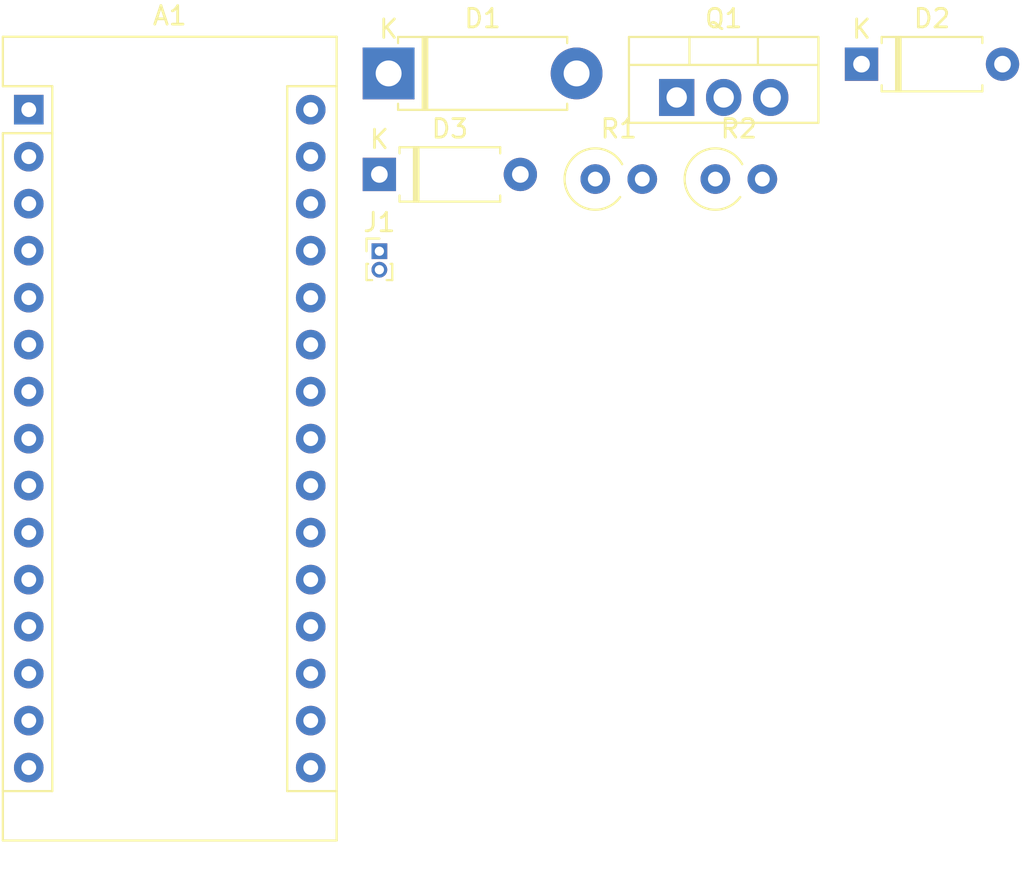
<source format=kicad_pcb>
(kicad_pcb (version 20171130) (host pcbnew 5.1.4)

  (general
    (thickness 1.6)
    (drawings 0)
    (tracks 0)
    (zones 0)
    (modules 8)
    (nets 34)
  )

  (page A4)
  (layers
    (0 F.Cu signal)
    (31 B.Cu signal)
    (32 B.Adhes user)
    (33 F.Adhes user)
    (34 B.Paste user)
    (35 F.Paste user)
    (36 B.SilkS user)
    (37 F.SilkS user)
    (38 B.Mask user)
    (39 F.Mask user)
    (40 Dwgs.User user)
    (41 Cmts.User user)
    (42 Eco1.User user)
    (43 Eco2.User user)
    (44 Edge.Cuts user)
    (45 Margin user)
    (46 B.CrtYd user)
    (47 F.CrtYd user)
    (48 B.Fab user)
    (49 F.Fab user)
  )

  (setup
    (last_trace_width 0.25)
    (trace_clearance 0.2)
    (zone_clearance 0.508)
    (zone_45_only no)
    (trace_min 0.2)
    (via_size 0.8)
    (via_drill 0.4)
    (via_min_size 0.4)
    (via_min_drill 0.3)
    (uvia_size 0.3)
    (uvia_drill 0.1)
    (uvias_allowed no)
    (uvia_min_size 0.2)
    (uvia_min_drill 0.1)
    (edge_width 0.05)
    (segment_width 0.2)
    (pcb_text_width 0.3)
    (pcb_text_size 1.5 1.5)
    (mod_edge_width 0.12)
    (mod_text_size 1 1)
    (mod_text_width 0.15)
    (pad_size 1.524 1.524)
    (pad_drill 0.762)
    (pad_to_mask_clearance 0.051)
    (solder_mask_min_width 0.25)
    (aux_axis_origin 0 0)
    (visible_elements FFFFFF7F)
    (pcbplotparams
      (layerselection 0x010fc_ffffffff)
      (usegerberextensions false)
      (usegerberattributes false)
      (usegerberadvancedattributes false)
      (creategerberjobfile false)
      (excludeedgelayer true)
      (linewidth 0.100000)
      (plotframeref false)
      (viasonmask false)
      (mode 1)
      (useauxorigin false)
      (hpglpennumber 1)
      (hpglpenspeed 20)
      (hpglpendiameter 15.000000)
      (psnegative false)
      (psa4output false)
      (plotreference true)
      (plotvalue true)
      (plotinvisibletext false)
      (padsonsilk false)
      (subtractmaskfromsilk false)
      (outputformat 1)
      (mirror false)
      (drillshape 1)
      (scaleselection 1)
      (outputdirectory ""))
  )

  (net 0 "")
  (net 1 "Net-(A1-Pad1)")
  (net 2 "Net-(A1-Pad17)")
  (net 3 "Net-(A1-Pad2)")
  (net 4 "Net-(A1-Pad18)")
  (net 5 "Net-(A1-Pad3)")
  (net 6 "Net-(A1-Pad19)")
  (net 7 "Net-(A1-Pad4)")
  (net 8 "Net-(A1-Pad20)")
  (net 9 /signal_motor)
  (net 10 "Net-(A1-Pad21)")
  (net 11 "Net-(A1-Pad6)")
  (net 12 "Net-(A1-Pad22)")
  (net 13 "Net-(A1-Pad7)")
  (net 14 "Net-(A1-Pad23)")
  (net 15 "Net-(A1-Pad8)")
  (net 16 "Net-(A1-Pad24)")
  (net 17 "Net-(A1-Pad9)")
  (net 18 "Net-(A1-Pad25)")
  (net 19 "Net-(A1-Pad10)")
  (net 20 "Net-(A1-Pad26)")
  (net 21 "Net-(A1-Pad11)")
  (net 22 "Net-(A1-Pad27)")
  (net 23 "Net-(A1-Pad12)")
  (net 24 "Net-(A1-Pad28)")
  (net 25 "Net-(A1-Pad13)")
  (net 26 GND)
  (net 27 "Net-(A1-Pad14)")
  (net 28 +5V)
  (net 29 "Net-(A1-Pad15)")
  (net 30 "Net-(A1-Pad16)")
  (net 31 "Net-(D1-Pad1)")
  (net 32 "Net-(D2-Pad2)")
  (net 33 "Net-(Q1-Pad1)")

  (net_class Default "This is the default net class."
    (clearance 0.2)
    (trace_width 0.25)
    (via_dia 0.8)
    (via_drill 0.4)
    (uvia_dia 0.3)
    (uvia_drill 0.1)
    (add_net +5V)
    (add_net /signal_motor)
    (add_net GND)
    (add_net "Net-(A1-Pad1)")
    (add_net "Net-(A1-Pad10)")
    (add_net "Net-(A1-Pad11)")
    (add_net "Net-(A1-Pad12)")
    (add_net "Net-(A1-Pad13)")
    (add_net "Net-(A1-Pad14)")
    (add_net "Net-(A1-Pad15)")
    (add_net "Net-(A1-Pad16)")
    (add_net "Net-(A1-Pad17)")
    (add_net "Net-(A1-Pad18)")
    (add_net "Net-(A1-Pad19)")
    (add_net "Net-(A1-Pad2)")
    (add_net "Net-(A1-Pad20)")
    (add_net "Net-(A1-Pad21)")
    (add_net "Net-(A1-Pad22)")
    (add_net "Net-(A1-Pad23)")
    (add_net "Net-(A1-Pad24)")
    (add_net "Net-(A1-Pad25)")
    (add_net "Net-(A1-Pad26)")
    (add_net "Net-(A1-Pad27)")
    (add_net "Net-(A1-Pad28)")
    (add_net "Net-(A1-Pad3)")
    (add_net "Net-(A1-Pad4)")
    (add_net "Net-(A1-Pad6)")
    (add_net "Net-(A1-Pad7)")
    (add_net "Net-(A1-Pad8)")
    (add_net "Net-(A1-Pad9)")
    (add_net "Net-(D1-Pad1)")
    (add_net "Net-(D2-Pad2)")
    (add_net "Net-(Q1-Pad1)")
  )

  (module Module:Arduino_Nano (layer F.Cu) (tedit 58ACAF70) (tstamp 5DB8F033)
    (at 53.625001 26.945001)
    (descr "Arduino Nano, http://www.mouser.com/pdfdocs/Gravitech_Arduino_Nano3_0.pdf")
    (tags "Arduino Nano")
    (path /5DB8B285)
    (fp_text reference A1 (at 7.62 -5.08) (layer F.SilkS)
      (effects (font (size 1 1) (thickness 0.15)))
    )
    (fp_text value Arduino_Nano_v3.x (at 8.89 19.05 90) (layer F.Fab)
      (effects (font (size 1 1) (thickness 0.15)))
    )
    (fp_text user %R (at 6.35 19.05 90) (layer F.Fab)
      (effects (font (size 1 1) (thickness 0.15)))
    )
    (fp_line (start 1.27 1.27) (end 1.27 -1.27) (layer F.SilkS) (width 0.12))
    (fp_line (start 1.27 -1.27) (end -1.4 -1.27) (layer F.SilkS) (width 0.12))
    (fp_line (start -1.4 1.27) (end -1.4 39.5) (layer F.SilkS) (width 0.12))
    (fp_line (start -1.4 -3.94) (end -1.4 -1.27) (layer F.SilkS) (width 0.12))
    (fp_line (start 13.97 -1.27) (end 16.64 -1.27) (layer F.SilkS) (width 0.12))
    (fp_line (start 13.97 -1.27) (end 13.97 36.83) (layer F.SilkS) (width 0.12))
    (fp_line (start 13.97 36.83) (end 16.64 36.83) (layer F.SilkS) (width 0.12))
    (fp_line (start 1.27 1.27) (end -1.4 1.27) (layer F.SilkS) (width 0.12))
    (fp_line (start 1.27 1.27) (end 1.27 36.83) (layer F.SilkS) (width 0.12))
    (fp_line (start 1.27 36.83) (end -1.4 36.83) (layer F.SilkS) (width 0.12))
    (fp_line (start 3.81 31.75) (end 11.43 31.75) (layer F.Fab) (width 0.1))
    (fp_line (start 11.43 31.75) (end 11.43 41.91) (layer F.Fab) (width 0.1))
    (fp_line (start 11.43 41.91) (end 3.81 41.91) (layer F.Fab) (width 0.1))
    (fp_line (start 3.81 41.91) (end 3.81 31.75) (layer F.Fab) (width 0.1))
    (fp_line (start -1.4 39.5) (end 16.64 39.5) (layer F.SilkS) (width 0.12))
    (fp_line (start 16.64 39.5) (end 16.64 -3.94) (layer F.SilkS) (width 0.12))
    (fp_line (start 16.64 -3.94) (end -1.4 -3.94) (layer F.SilkS) (width 0.12))
    (fp_line (start 16.51 39.37) (end -1.27 39.37) (layer F.Fab) (width 0.1))
    (fp_line (start -1.27 39.37) (end -1.27 -2.54) (layer F.Fab) (width 0.1))
    (fp_line (start -1.27 -2.54) (end 0 -3.81) (layer F.Fab) (width 0.1))
    (fp_line (start 0 -3.81) (end 16.51 -3.81) (layer F.Fab) (width 0.1))
    (fp_line (start 16.51 -3.81) (end 16.51 39.37) (layer F.Fab) (width 0.1))
    (fp_line (start -1.53 -4.06) (end 16.75 -4.06) (layer F.CrtYd) (width 0.05))
    (fp_line (start -1.53 -4.06) (end -1.53 42.16) (layer F.CrtYd) (width 0.05))
    (fp_line (start 16.75 42.16) (end 16.75 -4.06) (layer F.CrtYd) (width 0.05))
    (fp_line (start 16.75 42.16) (end -1.53 42.16) (layer F.CrtYd) (width 0.05))
    (pad 1 thru_hole rect (at 0 0) (size 1.6 1.6) (drill 0.8) (layers *.Cu *.Mask)
      (net 1 "Net-(A1-Pad1)"))
    (pad 17 thru_hole oval (at 15.24 33.02) (size 1.6 1.6) (drill 0.8) (layers *.Cu *.Mask)
      (net 2 "Net-(A1-Pad17)"))
    (pad 2 thru_hole oval (at 0 2.54) (size 1.6 1.6) (drill 0.8) (layers *.Cu *.Mask)
      (net 3 "Net-(A1-Pad2)"))
    (pad 18 thru_hole oval (at 15.24 30.48) (size 1.6 1.6) (drill 0.8) (layers *.Cu *.Mask)
      (net 4 "Net-(A1-Pad18)"))
    (pad 3 thru_hole oval (at 0 5.08) (size 1.6 1.6) (drill 0.8) (layers *.Cu *.Mask)
      (net 5 "Net-(A1-Pad3)"))
    (pad 19 thru_hole oval (at 15.24 27.94) (size 1.6 1.6) (drill 0.8) (layers *.Cu *.Mask)
      (net 6 "Net-(A1-Pad19)"))
    (pad 4 thru_hole oval (at 0 7.62) (size 1.6 1.6) (drill 0.8) (layers *.Cu *.Mask)
      (net 7 "Net-(A1-Pad4)"))
    (pad 20 thru_hole oval (at 15.24 25.4) (size 1.6 1.6) (drill 0.8) (layers *.Cu *.Mask)
      (net 8 "Net-(A1-Pad20)"))
    (pad 5 thru_hole oval (at 0 10.16) (size 1.6 1.6) (drill 0.8) (layers *.Cu *.Mask)
      (net 9 /signal_motor))
    (pad 21 thru_hole oval (at 15.24 22.86) (size 1.6 1.6) (drill 0.8) (layers *.Cu *.Mask)
      (net 10 "Net-(A1-Pad21)"))
    (pad 6 thru_hole oval (at 0 12.7) (size 1.6 1.6) (drill 0.8) (layers *.Cu *.Mask)
      (net 11 "Net-(A1-Pad6)"))
    (pad 22 thru_hole oval (at 15.24 20.32) (size 1.6 1.6) (drill 0.8) (layers *.Cu *.Mask)
      (net 12 "Net-(A1-Pad22)"))
    (pad 7 thru_hole oval (at 0 15.24) (size 1.6 1.6) (drill 0.8) (layers *.Cu *.Mask)
      (net 13 "Net-(A1-Pad7)"))
    (pad 23 thru_hole oval (at 15.24 17.78) (size 1.6 1.6) (drill 0.8) (layers *.Cu *.Mask)
      (net 14 "Net-(A1-Pad23)"))
    (pad 8 thru_hole oval (at 0 17.78) (size 1.6 1.6) (drill 0.8) (layers *.Cu *.Mask)
      (net 15 "Net-(A1-Pad8)"))
    (pad 24 thru_hole oval (at 15.24 15.24) (size 1.6 1.6) (drill 0.8) (layers *.Cu *.Mask)
      (net 16 "Net-(A1-Pad24)"))
    (pad 9 thru_hole oval (at 0 20.32) (size 1.6 1.6) (drill 0.8) (layers *.Cu *.Mask)
      (net 17 "Net-(A1-Pad9)"))
    (pad 25 thru_hole oval (at 15.24 12.7) (size 1.6 1.6) (drill 0.8) (layers *.Cu *.Mask)
      (net 18 "Net-(A1-Pad25)"))
    (pad 10 thru_hole oval (at 0 22.86) (size 1.6 1.6) (drill 0.8) (layers *.Cu *.Mask)
      (net 19 "Net-(A1-Pad10)"))
    (pad 26 thru_hole oval (at 15.24 10.16) (size 1.6 1.6) (drill 0.8) (layers *.Cu *.Mask)
      (net 20 "Net-(A1-Pad26)"))
    (pad 11 thru_hole oval (at 0 25.4) (size 1.6 1.6) (drill 0.8) (layers *.Cu *.Mask)
      (net 21 "Net-(A1-Pad11)"))
    (pad 27 thru_hole oval (at 15.24 7.62) (size 1.6 1.6) (drill 0.8) (layers *.Cu *.Mask)
      (net 22 "Net-(A1-Pad27)"))
    (pad 12 thru_hole oval (at 0 27.94) (size 1.6 1.6) (drill 0.8) (layers *.Cu *.Mask)
      (net 23 "Net-(A1-Pad12)"))
    (pad 28 thru_hole oval (at 15.24 5.08) (size 1.6 1.6) (drill 0.8) (layers *.Cu *.Mask)
      (net 24 "Net-(A1-Pad28)"))
    (pad 13 thru_hole oval (at 0 30.48) (size 1.6 1.6) (drill 0.8) (layers *.Cu *.Mask)
      (net 25 "Net-(A1-Pad13)"))
    (pad 29 thru_hole oval (at 15.24 2.54) (size 1.6 1.6) (drill 0.8) (layers *.Cu *.Mask)
      (net 26 GND))
    (pad 14 thru_hole oval (at 0 33.02) (size 1.6 1.6) (drill 0.8) (layers *.Cu *.Mask)
      (net 27 "Net-(A1-Pad14)"))
    (pad 30 thru_hole oval (at 15.24 0) (size 1.6 1.6) (drill 0.8) (layers *.Cu *.Mask)
      (net 28 +5V))
    (pad 15 thru_hole oval (at 0 35.56) (size 1.6 1.6) (drill 0.8) (layers *.Cu *.Mask)
      (net 29 "Net-(A1-Pad15)"))
    (pad 16 thru_hole oval (at 15.24 35.56) (size 1.6 1.6) (drill 0.8) (layers *.Cu *.Mask)
      (net 30 "Net-(A1-Pad16)"))
    (model ${KISYS3DMOD}/Module.3dshapes/Arduino_Nano_WithMountingHoles.wrl
      (at (xyz 0 0 0))
      (scale (xyz 1 1 1))
      (rotate (xyz 0 0 0))
    )
  )

  (module Diode_THT:D_5W_P10.16mm_Horizontal (layer F.Cu) (tedit 5AE50CD5) (tstamp 5DB8F052)
    (at 73.075001 24.985001)
    (descr "Diode, 5W series, Axial, Horizontal, pin pitch=10.16mm, , length*diameter=8.9*3.7mm^2, , http://www.diodes.com/_files/packages/8686949.gif")
    (tags "Diode 5W series Axial Horizontal pin pitch 10.16mm  length 8.9mm diameter 3.7mm")
    (path /5DB92205)
    (fp_text reference D1 (at 5.08 -2.97) (layer F.SilkS)
      (effects (font (size 1 1) (thickness 0.15)))
    )
    (fp_text value D_Zener (at 5.08 2.97) (layer F.Fab)
      (effects (font (size 1 1) (thickness 0.15)))
    )
    (fp_line (start 0.63 -1.85) (end 0.63 1.85) (layer F.Fab) (width 0.1))
    (fp_line (start 0.63 1.85) (end 9.53 1.85) (layer F.Fab) (width 0.1))
    (fp_line (start 9.53 1.85) (end 9.53 -1.85) (layer F.Fab) (width 0.1))
    (fp_line (start 9.53 -1.85) (end 0.63 -1.85) (layer F.Fab) (width 0.1))
    (fp_line (start 0 0) (end 0.63 0) (layer F.Fab) (width 0.1))
    (fp_line (start 10.16 0) (end 9.53 0) (layer F.Fab) (width 0.1))
    (fp_line (start 1.965 -1.85) (end 1.965 1.85) (layer F.Fab) (width 0.1))
    (fp_line (start 2.065 -1.85) (end 2.065 1.85) (layer F.Fab) (width 0.1))
    (fp_line (start 1.865 -1.85) (end 1.865 1.85) (layer F.Fab) (width 0.1))
    (fp_line (start 0.51 -1.64) (end 0.51 -1.97) (layer F.SilkS) (width 0.12))
    (fp_line (start 0.51 -1.97) (end 9.65 -1.97) (layer F.SilkS) (width 0.12))
    (fp_line (start 9.65 -1.97) (end 9.65 -1.64) (layer F.SilkS) (width 0.12))
    (fp_line (start 0.51 1.64) (end 0.51 1.97) (layer F.SilkS) (width 0.12))
    (fp_line (start 0.51 1.97) (end 9.65 1.97) (layer F.SilkS) (width 0.12))
    (fp_line (start 9.65 1.97) (end 9.65 1.64) (layer F.SilkS) (width 0.12))
    (fp_line (start 1.965 -1.97) (end 1.965 1.97) (layer F.SilkS) (width 0.12))
    (fp_line (start 2.085 -1.97) (end 2.085 1.97) (layer F.SilkS) (width 0.12))
    (fp_line (start 1.845 -1.97) (end 1.845 1.97) (layer F.SilkS) (width 0.12))
    (fp_line (start -1.65 -2.1) (end -1.65 2.1) (layer F.CrtYd) (width 0.05))
    (fp_line (start -1.65 2.1) (end 11.81 2.1) (layer F.CrtYd) (width 0.05))
    (fp_line (start 11.81 2.1) (end 11.81 -2.1) (layer F.CrtYd) (width 0.05))
    (fp_line (start 11.81 -2.1) (end -1.65 -2.1) (layer F.CrtYd) (width 0.05))
    (fp_text user %R (at 5.7475 0) (layer F.Fab)
      (effects (font (size 1 1) (thickness 0.15)))
    )
    (fp_text user K (at 0 -2.4) (layer F.Fab)
      (effects (font (size 1 1) (thickness 0.15)))
    )
    (fp_text user K (at 0 -2.4) (layer F.SilkS)
      (effects (font (size 1 1) (thickness 0.15)))
    )
    (pad 1 thru_hole rect (at 0 0) (size 2.8 2.8) (drill 1.4) (layers *.Cu *.Mask)
      (net 31 "Net-(D1-Pad1)"))
    (pad 2 thru_hole oval (at 10.16 0) (size 2.8 2.8) (drill 1.4) (layers *.Cu *.Mask)
      (net 26 GND))
    (model ${KISYS3DMOD}/Diode_THT.3dshapes/D_5W_P10.16mm_Horizontal.wrl
      (at (xyz 0 0 0))
      (scale (xyz 1 1 1))
      (rotate (xyz 0 0 0))
    )
  )

  (module Diode_THT:D_A-405_P7.62mm_Horizontal (layer F.Cu) (tedit 5AE50CD5) (tstamp 5DB8F071)
    (at 98.635001 24.485001)
    (descr "Diode, A-405 series, Axial, Horizontal, pin pitch=7.62mm, , length*diameter=5.2*2.7mm^2, , http://www.diodes.com/_files/packages/A-405.pdf")
    (tags "Diode A-405 series Axial Horizontal pin pitch 7.62mm  length 5.2mm diameter 2.7mm")
    (path /5DB9176E)
    (fp_text reference D2 (at 3.81 -2.47) (layer F.SilkS)
      (effects (font (size 1 1) (thickness 0.15)))
    )
    (fp_text value D (at 3.81 2.47) (layer F.Fab)
      (effects (font (size 1 1) (thickness 0.15)))
    )
    (fp_text user K (at 0 -1.9) (layer F.SilkS)
      (effects (font (size 1 1) (thickness 0.15)))
    )
    (fp_text user K (at 0 -1.9) (layer F.Fab)
      (effects (font (size 1 1) (thickness 0.15)))
    )
    (fp_text user %R (at 4.2 0) (layer F.Fab)
      (effects (font (size 1 1) (thickness 0.15)))
    )
    (fp_line (start 8.77 -1.6) (end -1.15 -1.6) (layer F.CrtYd) (width 0.05))
    (fp_line (start 8.77 1.6) (end 8.77 -1.6) (layer F.CrtYd) (width 0.05))
    (fp_line (start -1.15 1.6) (end 8.77 1.6) (layer F.CrtYd) (width 0.05))
    (fp_line (start -1.15 -1.6) (end -1.15 1.6) (layer F.CrtYd) (width 0.05))
    (fp_line (start 1.87 -1.47) (end 1.87 1.47) (layer F.SilkS) (width 0.12))
    (fp_line (start 2.11 -1.47) (end 2.11 1.47) (layer F.SilkS) (width 0.12))
    (fp_line (start 1.99 -1.47) (end 1.99 1.47) (layer F.SilkS) (width 0.12))
    (fp_line (start 6.53 1.47) (end 6.53 1.14) (layer F.SilkS) (width 0.12))
    (fp_line (start 1.09 1.47) (end 6.53 1.47) (layer F.SilkS) (width 0.12))
    (fp_line (start 1.09 1.14) (end 1.09 1.47) (layer F.SilkS) (width 0.12))
    (fp_line (start 6.53 -1.47) (end 6.53 -1.14) (layer F.SilkS) (width 0.12))
    (fp_line (start 1.09 -1.47) (end 6.53 -1.47) (layer F.SilkS) (width 0.12))
    (fp_line (start 1.09 -1.14) (end 1.09 -1.47) (layer F.SilkS) (width 0.12))
    (fp_line (start 1.89 -1.35) (end 1.89 1.35) (layer F.Fab) (width 0.1))
    (fp_line (start 2.09 -1.35) (end 2.09 1.35) (layer F.Fab) (width 0.1))
    (fp_line (start 1.99 -1.35) (end 1.99 1.35) (layer F.Fab) (width 0.1))
    (fp_line (start 7.62 0) (end 6.41 0) (layer F.Fab) (width 0.1))
    (fp_line (start 0 0) (end 1.21 0) (layer F.Fab) (width 0.1))
    (fp_line (start 6.41 -1.35) (end 1.21 -1.35) (layer F.Fab) (width 0.1))
    (fp_line (start 6.41 1.35) (end 6.41 -1.35) (layer F.Fab) (width 0.1))
    (fp_line (start 1.21 1.35) (end 6.41 1.35) (layer F.Fab) (width 0.1))
    (fp_line (start 1.21 -1.35) (end 1.21 1.35) (layer F.Fab) (width 0.1))
    (pad 2 thru_hole oval (at 7.62 0) (size 1.8 1.8) (drill 0.9) (layers *.Cu *.Mask)
      (net 32 "Net-(D2-Pad2)"))
    (pad 1 thru_hole rect (at 0 0) (size 1.8 1.8) (drill 0.9) (layers *.Cu *.Mask)
      (net 28 +5V))
    (model ${KISYS3DMOD}/Diode_THT.3dshapes/D_A-405_P7.62mm_Horizontal.wrl
      (at (xyz 0 0 0))
      (scale (xyz 1 1 1))
      (rotate (xyz 0 0 0))
    )
  )

  (module Diode_THT:D_A-405_P7.62mm_Horizontal (layer F.Cu) (tedit 5AE50CD5) (tstamp 5DB8F090)
    (at 72.575001 30.445001)
    (descr "Diode, A-405 series, Axial, Horizontal, pin pitch=7.62mm, , length*diameter=5.2*2.7mm^2, , http://www.diodes.com/_files/packages/A-405.pdf")
    (tags "Diode A-405 series Axial Horizontal pin pitch 7.62mm  length 5.2mm diameter 2.7mm")
    (path /5DB90836)
    (fp_text reference D3 (at 3.81 -2.47) (layer F.SilkS)
      (effects (font (size 1 1) (thickness 0.15)))
    )
    (fp_text value D_Zener (at 3.81 2.47) (layer F.Fab)
      (effects (font (size 1 1) (thickness 0.15)))
    )
    (fp_line (start 1.21 -1.35) (end 1.21 1.35) (layer F.Fab) (width 0.1))
    (fp_line (start 1.21 1.35) (end 6.41 1.35) (layer F.Fab) (width 0.1))
    (fp_line (start 6.41 1.35) (end 6.41 -1.35) (layer F.Fab) (width 0.1))
    (fp_line (start 6.41 -1.35) (end 1.21 -1.35) (layer F.Fab) (width 0.1))
    (fp_line (start 0 0) (end 1.21 0) (layer F.Fab) (width 0.1))
    (fp_line (start 7.62 0) (end 6.41 0) (layer F.Fab) (width 0.1))
    (fp_line (start 1.99 -1.35) (end 1.99 1.35) (layer F.Fab) (width 0.1))
    (fp_line (start 2.09 -1.35) (end 2.09 1.35) (layer F.Fab) (width 0.1))
    (fp_line (start 1.89 -1.35) (end 1.89 1.35) (layer F.Fab) (width 0.1))
    (fp_line (start 1.09 -1.14) (end 1.09 -1.47) (layer F.SilkS) (width 0.12))
    (fp_line (start 1.09 -1.47) (end 6.53 -1.47) (layer F.SilkS) (width 0.12))
    (fp_line (start 6.53 -1.47) (end 6.53 -1.14) (layer F.SilkS) (width 0.12))
    (fp_line (start 1.09 1.14) (end 1.09 1.47) (layer F.SilkS) (width 0.12))
    (fp_line (start 1.09 1.47) (end 6.53 1.47) (layer F.SilkS) (width 0.12))
    (fp_line (start 6.53 1.47) (end 6.53 1.14) (layer F.SilkS) (width 0.12))
    (fp_line (start 1.99 -1.47) (end 1.99 1.47) (layer F.SilkS) (width 0.12))
    (fp_line (start 2.11 -1.47) (end 2.11 1.47) (layer F.SilkS) (width 0.12))
    (fp_line (start 1.87 -1.47) (end 1.87 1.47) (layer F.SilkS) (width 0.12))
    (fp_line (start -1.15 -1.6) (end -1.15 1.6) (layer F.CrtYd) (width 0.05))
    (fp_line (start -1.15 1.6) (end 8.77 1.6) (layer F.CrtYd) (width 0.05))
    (fp_line (start 8.77 1.6) (end 8.77 -1.6) (layer F.CrtYd) (width 0.05))
    (fp_line (start 8.77 -1.6) (end -1.15 -1.6) (layer F.CrtYd) (width 0.05))
    (fp_text user %R (at 4.2 0) (layer F.Fab)
      (effects (font (size 1 1) (thickness 0.15)))
    )
    (fp_text user K (at 0 -1.9) (layer F.Fab)
      (effects (font (size 1 1) (thickness 0.15)))
    )
    (fp_text user K (at 0 -1.9) (layer F.SilkS)
      (effects (font (size 1 1) (thickness 0.15)))
    )
    (pad 1 thru_hole rect (at 0 0) (size 1.8 1.8) (drill 0.9) (layers *.Cu *.Mask)
      (net 31 "Net-(D1-Pad1)"))
    (pad 2 thru_hole oval (at 7.62 0) (size 1.8 1.8) (drill 0.9) (layers *.Cu *.Mask)
      (net 32 "Net-(D2-Pad2)"))
    (model ${KISYS3DMOD}/Diode_THT.3dshapes/D_A-405_P7.62mm_Horizontal.wrl
      (at (xyz 0 0 0))
      (scale (xyz 1 1 1))
      (rotate (xyz 0 0 0))
    )
  )

  (module Connector_PinHeader_1.00mm:PinHeader_1x02_P1.00mm_Vertical (layer F.Cu) (tedit 59FED738) (tstamp 5DB8F0A8)
    (at 72.575001 34.595001)
    (descr "Through hole straight pin header, 1x02, 1.00mm pitch, single row")
    (tags "Through hole pin header THT 1x02 1.00mm single row")
    (path /5DBBB7B3)
    (fp_text reference J1 (at 0 -1.56) (layer F.SilkS)
      (effects (font (size 1 1) (thickness 0.15)))
    )
    (fp_text value Conn_01x02 (at 0 2.56) (layer F.Fab)
      (effects (font (size 1 1) (thickness 0.15)))
    )
    (fp_line (start -0.3175 -0.5) (end 0.635 -0.5) (layer F.Fab) (width 0.1))
    (fp_line (start 0.635 -0.5) (end 0.635 1.5) (layer F.Fab) (width 0.1))
    (fp_line (start 0.635 1.5) (end -0.635 1.5) (layer F.Fab) (width 0.1))
    (fp_line (start -0.635 1.5) (end -0.635 -0.1825) (layer F.Fab) (width 0.1))
    (fp_line (start -0.635 -0.1825) (end -0.3175 -0.5) (layer F.Fab) (width 0.1))
    (fp_line (start -0.695 1.56) (end -0.394493 1.56) (layer F.SilkS) (width 0.12))
    (fp_line (start 0.394493 1.56) (end 0.695 1.56) (layer F.SilkS) (width 0.12))
    (fp_line (start -0.695 0.685) (end -0.695 1.56) (layer F.SilkS) (width 0.12))
    (fp_line (start 0.695 0.685) (end 0.695 1.56) (layer F.SilkS) (width 0.12))
    (fp_line (start -0.695 0.685) (end -0.608276 0.685) (layer F.SilkS) (width 0.12))
    (fp_line (start 0.608276 0.685) (end 0.695 0.685) (layer F.SilkS) (width 0.12))
    (fp_line (start -0.695 0) (end -0.695 -0.685) (layer F.SilkS) (width 0.12))
    (fp_line (start -0.695 -0.685) (end 0 -0.685) (layer F.SilkS) (width 0.12))
    (fp_line (start -1.15 -1) (end -1.15 2) (layer F.CrtYd) (width 0.05))
    (fp_line (start -1.15 2) (end 1.15 2) (layer F.CrtYd) (width 0.05))
    (fp_line (start 1.15 2) (end 1.15 -1) (layer F.CrtYd) (width 0.05))
    (fp_line (start 1.15 -1) (end -1.15 -1) (layer F.CrtYd) (width 0.05))
    (fp_text user %R (at 0 0.5 90) (layer F.Fab)
      (effects (font (size 0.76 0.76) (thickness 0.114)))
    )
    (pad 1 thru_hole rect (at 0 0) (size 0.85 0.85) (drill 0.5) (layers *.Cu *.Mask)
      (net 31 "Net-(D1-Pad1)"))
    (pad 2 thru_hole oval (at 0 1) (size 0.85 0.85) (drill 0.5) (layers *.Cu *.Mask)
      (net 28 +5V))
    (model ${KISYS3DMOD}/Connector_PinHeader_1.00mm.3dshapes/PinHeader_1x02_P1.00mm_Vertical.wrl
      (at (xyz 0 0 0))
      (scale (xyz 1 1 1))
      (rotate (xyz 0 0 0))
    )
  )

  (module Package_TO_SOT_THT:TO-220-3_Vertical (layer F.Cu) (tedit 5AC8BA0D) (tstamp 5DB8F0C2)
    (at 88.645001 26.285001)
    (descr "TO-220-3, Vertical, RM 2.54mm, see https://www.vishay.com/docs/66542/to-220-1.pdf")
    (tags "TO-220-3 Vertical RM 2.54mm")
    (path /5DB8A137)
    (fp_text reference Q1 (at 2.54 -4.27) (layer F.SilkS)
      (effects (font (size 1 1) (thickness 0.15)))
    )
    (fp_text value BUZ11 (at 2.54 2.5) (layer F.Fab)
      (effects (font (size 1 1) (thickness 0.15)))
    )
    (fp_line (start -2.46 -3.15) (end -2.46 1.25) (layer F.Fab) (width 0.1))
    (fp_line (start -2.46 1.25) (end 7.54 1.25) (layer F.Fab) (width 0.1))
    (fp_line (start 7.54 1.25) (end 7.54 -3.15) (layer F.Fab) (width 0.1))
    (fp_line (start 7.54 -3.15) (end -2.46 -3.15) (layer F.Fab) (width 0.1))
    (fp_line (start -2.46 -1.88) (end 7.54 -1.88) (layer F.Fab) (width 0.1))
    (fp_line (start 0.69 -3.15) (end 0.69 -1.88) (layer F.Fab) (width 0.1))
    (fp_line (start 4.39 -3.15) (end 4.39 -1.88) (layer F.Fab) (width 0.1))
    (fp_line (start -2.58 -3.27) (end 7.66 -3.27) (layer F.SilkS) (width 0.12))
    (fp_line (start -2.58 1.371) (end 7.66 1.371) (layer F.SilkS) (width 0.12))
    (fp_line (start -2.58 -3.27) (end -2.58 1.371) (layer F.SilkS) (width 0.12))
    (fp_line (start 7.66 -3.27) (end 7.66 1.371) (layer F.SilkS) (width 0.12))
    (fp_line (start -2.58 -1.76) (end 7.66 -1.76) (layer F.SilkS) (width 0.12))
    (fp_line (start 0.69 -3.27) (end 0.69 -1.76) (layer F.SilkS) (width 0.12))
    (fp_line (start 4.391 -3.27) (end 4.391 -1.76) (layer F.SilkS) (width 0.12))
    (fp_line (start -2.71 -3.4) (end -2.71 1.51) (layer F.CrtYd) (width 0.05))
    (fp_line (start -2.71 1.51) (end 7.79 1.51) (layer F.CrtYd) (width 0.05))
    (fp_line (start 7.79 1.51) (end 7.79 -3.4) (layer F.CrtYd) (width 0.05))
    (fp_line (start 7.79 -3.4) (end -2.71 -3.4) (layer F.CrtYd) (width 0.05))
    (fp_text user %R (at 2.54 -4.27) (layer F.Fab)
      (effects (font (size 1 1) (thickness 0.15)))
    )
    (pad 1 thru_hole rect (at 0 0) (size 1.905 2) (drill 1.1) (layers *.Cu *.Mask)
      (net 33 "Net-(Q1-Pad1)"))
    (pad 2 thru_hole oval (at 2.54 0) (size 1.905 2) (drill 1.1) (layers *.Cu *.Mask)
      (net 31 "Net-(D1-Pad1)"))
    (pad 3 thru_hole oval (at 5.08 0) (size 1.905 2) (drill 1.1) (layers *.Cu *.Mask)
      (net 26 GND))
    (model ${KISYS3DMOD}/Package_TO_SOT_THT.3dshapes/TO-220-3_Vertical.wrl
      (at (xyz 0 0 0))
      (scale (xyz 1 1 1))
      (rotate (xyz 0 0 0))
    )
  )

  (module Resistor_THT:R_Axial_DIN0309_L9.0mm_D3.2mm_P2.54mm_Vertical (layer F.Cu) (tedit 5AE5139B) (tstamp 5DB8F0D0)
    (at 84.245001 30.695001)
    (descr "Resistor, Axial_DIN0309 series, Axial, Vertical, pin pitch=2.54mm, 0.5W = 1/2W, length*diameter=9*3.2mm^2, http://cdn-reichelt.de/documents/datenblatt/B400/1_4W%23YAG.pdf")
    (tags "Resistor Axial_DIN0309 series Axial Vertical pin pitch 2.54mm 0.5W = 1/2W length 9mm diameter 3.2mm")
    (path /5DBA34B7)
    (fp_text reference R1 (at 1.27 -2.72) (layer F.SilkS)
      (effects (font (size 1 1) (thickness 0.15)))
    )
    (fp_text value R (at 1.27 2.72) (layer F.Fab)
      (effects (font (size 1 1) (thickness 0.15)))
    )
    (fp_arc (start 0 0) (end 1.453272 -0.8) (angle -295.326041) (layer F.SilkS) (width 0.12))
    (fp_circle (center 0 0) (end 1.6 0) (layer F.Fab) (width 0.1))
    (fp_line (start 0 0) (end 2.54 0) (layer F.Fab) (width 0.1))
    (fp_line (start -1.85 -1.85) (end -1.85 1.85) (layer F.CrtYd) (width 0.05))
    (fp_line (start -1.85 1.85) (end 3.59 1.85) (layer F.CrtYd) (width 0.05))
    (fp_line (start 3.59 1.85) (end 3.59 -1.85) (layer F.CrtYd) (width 0.05))
    (fp_line (start 3.59 -1.85) (end -1.85 -1.85) (layer F.CrtYd) (width 0.05))
    (fp_text user %R (at 1.27 -2.72) (layer F.Fab)
      (effects (font (size 1 1) (thickness 0.15)))
    )
    (pad 1 thru_hole circle (at 0 0) (size 1.6 1.6) (drill 0.8) (layers *.Cu *.Mask)
      (net 33 "Net-(Q1-Pad1)"))
    (pad 2 thru_hole oval (at 2.54 0) (size 1.6 1.6) (drill 0.8) (layers *.Cu *.Mask)
      (net 9 /signal_motor))
    (model ${KISYS3DMOD}/Resistor_THT.3dshapes/R_Axial_DIN0309_L9.0mm_D3.2mm_P2.54mm_Vertical.wrl
      (at (xyz 0 0 0))
      (scale (xyz 1 1 1))
      (rotate (xyz 0 0 0))
    )
  )

  (module Resistor_THT:R_Axial_DIN0309_L9.0mm_D3.2mm_P2.54mm_Vertical (layer F.Cu) (tedit 5AE5139B) (tstamp 5DB8F0DE)
    (at 90.735001 30.695001)
    (descr "Resistor, Axial_DIN0309 series, Axial, Vertical, pin pitch=2.54mm, 0.5W = 1/2W, length*diameter=9*3.2mm^2, http://cdn-reichelt.de/documents/datenblatt/B400/1_4W%23YAG.pdf")
    (tags "Resistor Axial_DIN0309 series Axial Vertical pin pitch 2.54mm 0.5W = 1/2W length 9mm diameter 3.2mm")
    (path /5DBA57F9)
    (fp_text reference R2 (at 1.27 -2.72) (layer F.SilkS)
      (effects (font (size 1 1) (thickness 0.15)))
    )
    (fp_text value R (at 1.27 2.72) (layer F.Fab)
      (effects (font (size 1 1) (thickness 0.15)))
    )
    (fp_text user %R (at 1.27 -2.72) (layer F.Fab)
      (effects (font (size 1 1) (thickness 0.15)))
    )
    (fp_line (start 3.59 -1.85) (end -1.85 -1.85) (layer F.CrtYd) (width 0.05))
    (fp_line (start 3.59 1.85) (end 3.59 -1.85) (layer F.CrtYd) (width 0.05))
    (fp_line (start -1.85 1.85) (end 3.59 1.85) (layer F.CrtYd) (width 0.05))
    (fp_line (start -1.85 -1.85) (end -1.85 1.85) (layer F.CrtYd) (width 0.05))
    (fp_line (start 0 0) (end 2.54 0) (layer F.Fab) (width 0.1))
    (fp_circle (center 0 0) (end 1.6 0) (layer F.Fab) (width 0.1))
    (fp_arc (start 0 0) (end 1.453272 -0.8) (angle -295.326041) (layer F.SilkS) (width 0.12))
    (pad 2 thru_hole oval (at 2.54 0) (size 1.6 1.6) (drill 0.8) (layers *.Cu *.Mask)
      (net 26 GND))
    (pad 1 thru_hole circle (at 0 0) (size 1.6 1.6) (drill 0.8) (layers *.Cu *.Mask)
      (net 33 "Net-(Q1-Pad1)"))
    (model ${KISYS3DMOD}/Resistor_THT.3dshapes/R_Axial_DIN0309_L9.0mm_D3.2mm_P2.54mm_Vertical.wrl
      (at (xyz 0 0 0))
      (scale (xyz 1 1 1))
      (rotate (xyz 0 0 0))
    )
  )

)

</source>
